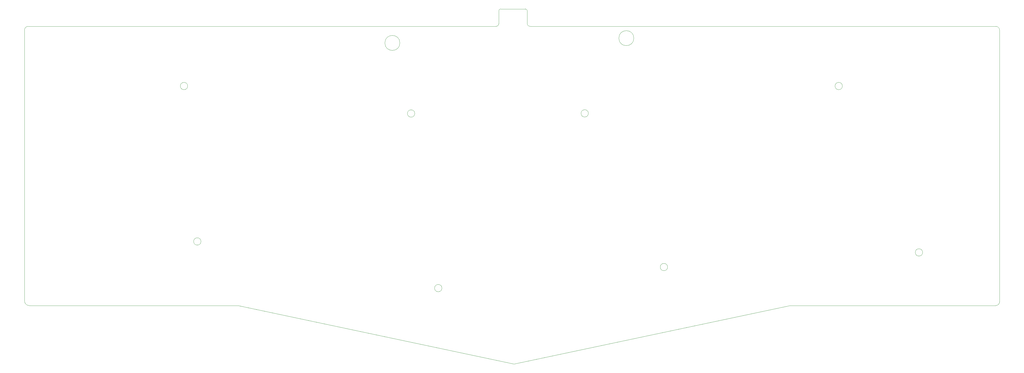
<source format=gm1>
%TF.GenerationSoftware,KiCad,Pcbnew,(6.0.0)*%
%TF.CreationDate,2022-03-08T04:10:16+02:00*%
%TF.ProjectId,Alice_PCB,416c6963-655f-4504-9342-2e6b69636164,rev?*%
%TF.SameCoordinates,Original*%
%TF.FileFunction,Profile,NP*%
%FSLAX46Y46*%
G04 Gerber Fmt 4.6, Leading zero omitted, Abs format (unit mm)*
G04 Created by KiCad (PCBNEW (6.0.0)) date 2022-03-08 04:10:16*
%MOMM*%
%LPD*%
G01*
G04 APERTURE LIST*
%TA.AperFunction,Profile*%
%ADD10C,0.100000*%
%TD*%
G04 APERTURE END LIST*
D10*
X312476008Y-13282614D02*
X312476014Y-107572623D01*
X311206008Y-12012617D02*
X150275926Y-12006468D01*
X312476008Y-13282614D02*
G75*
G03*
X311206008Y-12012617I-1270000J-3D01*
G01*
X239833224Y-108842578D02*
X311206012Y-108842618D01*
X311206012Y-108842617D02*
G75*
G03*
X312476014Y-107572623I1J1270001D01*
G01*
X49051089Y-108845272D02*
X144440041Y-129120821D01*
X149958426Y-12006471D02*
X150275926Y-12006468D01*
X197583431Y-95508968D02*
G75*
G03*
X197583431Y-95508968I-1270003J0D01*
G01*
X48993426Y-108843966D02*
X49051089Y-108845272D01*
X185906014Y-16112616D02*
G75*
G03*
X185906014Y-16112616I-2600000J0D01*
G01*
X119478421Y-102811479D02*
G75*
G03*
X119478421Y-102811479I-1269999J0D01*
G01*
X104926017Y-17772618D02*
G75*
G03*
X104926017Y-17772618I-2600003J0D01*
G01*
X138210929Y-12006467D02*
X-23714078Y-12006465D01*
X285848430Y-90428978D02*
G75*
G03*
X285848430Y-90428978I-1270006J0D01*
G01*
X36083417Y-86627079D02*
G75*
G03*
X36083417Y-86627079I-1270003J0D01*
G01*
X-24984070Y-13276474D02*
X-24984074Y-107256466D01*
X31474230Y-32717326D02*
G75*
G03*
X31474230Y-32717326I-1269999J0D01*
G01*
X139163427Y-6608967D02*
X139163424Y-11053969D01*
X144440041Y-129120821D02*
X239833224Y-108842578D01*
X139798428Y-5973977D02*
G75*
G03*
X139163427Y-6608967I-12J-634989D01*
G01*
X138210929Y-12006474D02*
G75*
G03*
X139163424Y-11053969I-8J952503D01*
G01*
X110082279Y-42241929D02*
G75*
G03*
X110082279Y-42241929I-1270004J0D01*
G01*
X-24984078Y-107256466D02*
G75*
G03*
X-23396575Y-108843977I1587497J-14D01*
G01*
X149005920Y-11053970D02*
G75*
G03*
X149958426Y-12006471I952502J1D01*
G01*
X-23396575Y-108843977D02*
X48993426Y-108843966D01*
X148370927Y-5973972D02*
X139798428Y-5973977D01*
X149005923Y-6608974D02*
X149005927Y-11053970D01*
X-23714078Y-12006466D02*
G75*
G03*
X-24984070Y-13276474I15J-1270007D01*
G01*
X258077441Y-32724007D02*
G75*
G03*
X258077441Y-32724007I-1269997J0D01*
G01*
X149005921Y-6608974D02*
G75*
G03*
X148370927Y-5973972I-635003J-1D01*
G01*
X170166298Y-42198818D02*
G75*
G03*
X170166298Y-42198818I-1270000J0D01*
G01*
M02*

</source>
